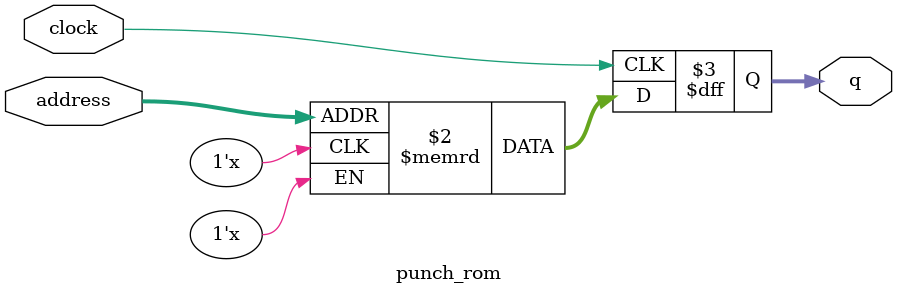
<source format=sv>
module punch_rom (
	input logic clock,
	input logic [16:0] address,
	output logic [3:0] q
);

logic [3:0] memory [0:76799] /* synthesis ram_init_file = "./punch/punch.mif" */;

always_ff @ (posedge clock) begin
	q <= memory[address];
end

endmodule

</source>
